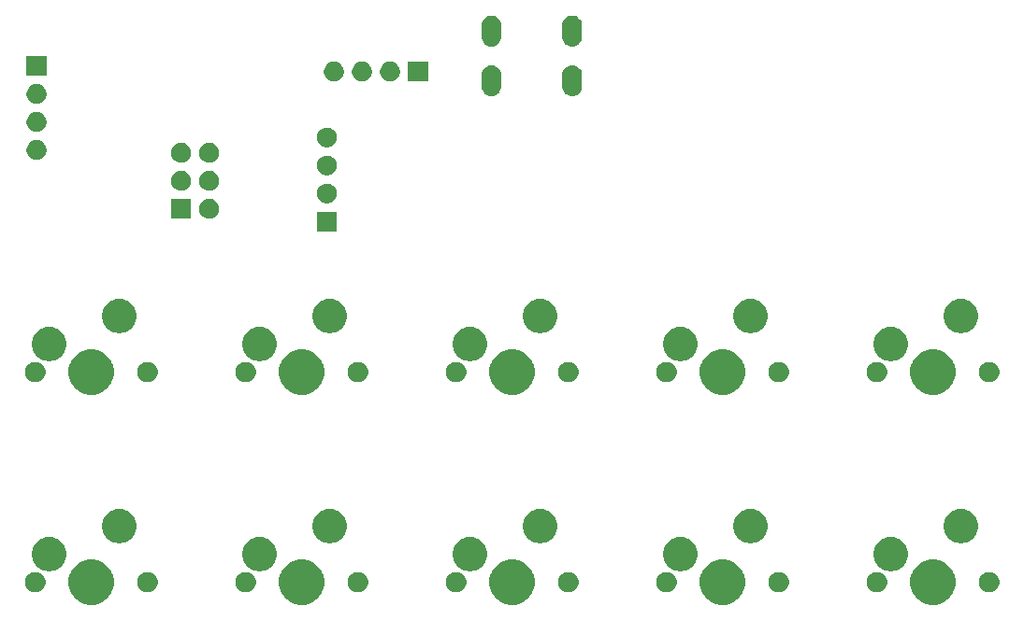
<source format=gbr>
G04 #@! TF.GenerationSoftware,KiCad,Pcbnew,(5.1.5)-3*
G04 #@! TF.CreationDate,2020-04-08T16:54:26+08:00*
G04 #@! TF.ProjectId,KaChi-Juu Macropad,4b614368-692d-44a7-9575-204d6163726f,rev?*
G04 #@! TF.SameCoordinates,Original*
G04 #@! TF.FileFunction,Soldermask,Top*
G04 #@! TF.FilePolarity,Negative*
%FSLAX46Y46*%
G04 Gerber Fmt 4.6, Leading zero omitted, Abs format (unit mm)*
G04 Created by KiCad (PCBNEW (5.1.5)-3) date 2020-04-08 16:54:26*
%MOMM*%
%LPD*%
G04 APERTURE LIST*
%ADD10C,0.100000*%
G04 APERTURE END LIST*
D10*
G36*
X111721474Y-66296184D02*
G01*
X111939474Y-66386483D01*
X112093623Y-66450333D01*
X112428548Y-66674123D01*
X112713377Y-66958952D01*
X112937167Y-67293877D01*
X112969562Y-67372086D01*
X113091316Y-67666026D01*
X113169900Y-68061094D01*
X113169900Y-68463906D01*
X113091316Y-68858974D01*
X113040451Y-68981772D01*
X112937167Y-69231123D01*
X112713377Y-69566048D01*
X112428548Y-69850877D01*
X112093623Y-70074667D01*
X111939474Y-70138517D01*
X111721474Y-70228816D01*
X111326406Y-70307400D01*
X110923594Y-70307400D01*
X110528526Y-70228816D01*
X110310526Y-70138517D01*
X110156377Y-70074667D01*
X109821452Y-69850877D01*
X109536623Y-69566048D01*
X109312833Y-69231123D01*
X109209549Y-68981772D01*
X109158684Y-68858974D01*
X109080100Y-68463906D01*
X109080100Y-68061094D01*
X109158684Y-67666026D01*
X109280438Y-67372086D01*
X109312833Y-67293877D01*
X109536623Y-66958952D01*
X109821452Y-66674123D01*
X110156377Y-66450333D01*
X110310526Y-66386483D01*
X110528526Y-66296184D01*
X110923594Y-66217600D01*
X111326406Y-66217600D01*
X111721474Y-66296184D01*
G37*
G36*
X92671474Y-66296184D02*
G01*
X92889474Y-66386483D01*
X93043623Y-66450333D01*
X93378548Y-66674123D01*
X93663377Y-66958952D01*
X93887167Y-67293877D01*
X93919562Y-67372086D01*
X94041316Y-67666026D01*
X94119900Y-68061094D01*
X94119900Y-68463906D01*
X94041316Y-68858974D01*
X93990451Y-68981772D01*
X93887167Y-69231123D01*
X93663377Y-69566048D01*
X93378548Y-69850877D01*
X93043623Y-70074667D01*
X92889474Y-70138517D01*
X92671474Y-70228816D01*
X92276406Y-70307400D01*
X91873594Y-70307400D01*
X91478526Y-70228816D01*
X91260526Y-70138517D01*
X91106377Y-70074667D01*
X90771452Y-69850877D01*
X90486623Y-69566048D01*
X90262833Y-69231123D01*
X90159549Y-68981772D01*
X90108684Y-68858974D01*
X90030100Y-68463906D01*
X90030100Y-68061094D01*
X90108684Y-67666026D01*
X90230438Y-67372086D01*
X90262833Y-67293877D01*
X90486623Y-66958952D01*
X90771452Y-66674123D01*
X91106377Y-66450333D01*
X91260526Y-66386483D01*
X91478526Y-66296184D01*
X91873594Y-66217600D01*
X92276406Y-66217600D01*
X92671474Y-66296184D01*
G37*
G36*
X73621474Y-66296184D02*
G01*
X73839474Y-66386483D01*
X73993623Y-66450333D01*
X74328548Y-66674123D01*
X74613377Y-66958952D01*
X74837167Y-67293877D01*
X74869562Y-67372086D01*
X74991316Y-67666026D01*
X75069900Y-68061094D01*
X75069900Y-68463906D01*
X74991316Y-68858974D01*
X74940451Y-68981772D01*
X74837167Y-69231123D01*
X74613377Y-69566048D01*
X74328548Y-69850877D01*
X73993623Y-70074667D01*
X73839474Y-70138517D01*
X73621474Y-70228816D01*
X73226406Y-70307400D01*
X72823594Y-70307400D01*
X72428526Y-70228816D01*
X72210526Y-70138517D01*
X72056377Y-70074667D01*
X71721452Y-69850877D01*
X71436623Y-69566048D01*
X71212833Y-69231123D01*
X71109549Y-68981772D01*
X71058684Y-68858974D01*
X70980100Y-68463906D01*
X70980100Y-68061094D01*
X71058684Y-67666026D01*
X71180438Y-67372086D01*
X71212833Y-67293877D01*
X71436623Y-66958952D01*
X71721452Y-66674123D01*
X72056377Y-66450333D01*
X72210526Y-66386483D01*
X72428526Y-66296184D01*
X72823594Y-66217600D01*
X73226406Y-66217600D01*
X73621474Y-66296184D01*
G37*
G36*
X149821474Y-66296184D02*
G01*
X150039474Y-66386483D01*
X150193623Y-66450333D01*
X150528548Y-66674123D01*
X150813377Y-66958952D01*
X151037167Y-67293877D01*
X151069562Y-67372086D01*
X151191316Y-67666026D01*
X151269900Y-68061094D01*
X151269900Y-68463906D01*
X151191316Y-68858974D01*
X151140451Y-68981772D01*
X151037167Y-69231123D01*
X150813377Y-69566048D01*
X150528548Y-69850877D01*
X150193623Y-70074667D01*
X150039474Y-70138517D01*
X149821474Y-70228816D01*
X149426406Y-70307400D01*
X149023594Y-70307400D01*
X148628526Y-70228816D01*
X148410526Y-70138517D01*
X148256377Y-70074667D01*
X147921452Y-69850877D01*
X147636623Y-69566048D01*
X147412833Y-69231123D01*
X147309549Y-68981772D01*
X147258684Y-68858974D01*
X147180100Y-68463906D01*
X147180100Y-68061094D01*
X147258684Y-67666026D01*
X147380438Y-67372086D01*
X147412833Y-67293877D01*
X147636623Y-66958952D01*
X147921452Y-66674123D01*
X148256377Y-66450333D01*
X148410526Y-66386483D01*
X148628526Y-66296184D01*
X149023594Y-66217600D01*
X149426406Y-66217600D01*
X149821474Y-66296184D01*
G37*
G36*
X130771474Y-66296184D02*
G01*
X130989474Y-66386483D01*
X131143623Y-66450333D01*
X131478548Y-66674123D01*
X131763377Y-66958952D01*
X131987167Y-67293877D01*
X132019562Y-67372086D01*
X132141316Y-67666026D01*
X132219900Y-68061094D01*
X132219900Y-68463906D01*
X132141316Y-68858974D01*
X132090451Y-68981772D01*
X131987167Y-69231123D01*
X131763377Y-69566048D01*
X131478548Y-69850877D01*
X131143623Y-70074667D01*
X130989474Y-70138517D01*
X130771474Y-70228816D01*
X130376406Y-70307400D01*
X129973594Y-70307400D01*
X129578526Y-70228816D01*
X129360526Y-70138517D01*
X129206377Y-70074667D01*
X128871452Y-69850877D01*
X128586623Y-69566048D01*
X128362833Y-69231123D01*
X128259549Y-68981772D01*
X128208684Y-68858974D01*
X128130100Y-68463906D01*
X128130100Y-68061094D01*
X128208684Y-67666026D01*
X128330438Y-67372086D01*
X128362833Y-67293877D01*
X128586623Y-66958952D01*
X128871452Y-66674123D01*
X129206377Y-66450333D01*
X129360526Y-66386483D01*
X129578526Y-66296184D01*
X129973594Y-66217600D01*
X130376406Y-66217600D01*
X130771474Y-66296184D01*
G37*
G36*
X125365104Y-67372085D02*
G01*
X125533626Y-67441889D01*
X125685291Y-67543228D01*
X125814272Y-67672209D01*
X125915611Y-67823874D01*
X125985415Y-67992396D01*
X126021000Y-68171297D01*
X126021000Y-68353703D01*
X125985415Y-68532604D01*
X125915611Y-68701126D01*
X125814272Y-68852791D01*
X125685291Y-68981772D01*
X125533626Y-69083111D01*
X125365104Y-69152915D01*
X125186203Y-69188500D01*
X125003797Y-69188500D01*
X124824896Y-69152915D01*
X124656374Y-69083111D01*
X124504709Y-68981772D01*
X124375728Y-68852791D01*
X124274389Y-68701126D01*
X124204585Y-68532604D01*
X124169000Y-68353703D01*
X124169000Y-68171297D01*
X124204585Y-67992396D01*
X124274389Y-67823874D01*
X124375728Y-67672209D01*
X124504709Y-67543228D01*
X124656374Y-67441889D01*
X124824896Y-67372085D01*
X125003797Y-67336500D01*
X125186203Y-67336500D01*
X125365104Y-67372085D01*
G37*
G36*
X97425104Y-67372085D02*
G01*
X97593626Y-67441889D01*
X97745291Y-67543228D01*
X97874272Y-67672209D01*
X97975611Y-67823874D01*
X98045415Y-67992396D01*
X98081000Y-68171297D01*
X98081000Y-68353703D01*
X98045415Y-68532604D01*
X97975611Y-68701126D01*
X97874272Y-68852791D01*
X97745291Y-68981772D01*
X97593626Y-69083111D01*
X97425104Y-69152915D01*
X97246203Y-69188500D01*
X97063797Y-69188500D01*
X96884896Y-69152915D01*
X96716374Y-69083111D01*
X96564709Y-68981772D01*
X96435728Y-68852791D01*
X96334389Y-68701126D01*
X96264585Y-68532604D01*
X96229000Y-68353703D01*
X96229000Y-68171297D01*
X96264585Y-67992396D01*
X96334389Y-67823874D01*
X96435728Y-67672209D01*
X96564709Y-67543228D01*
X96716374Y-67441889D01*
X96884896Y-67372085D01*
X97063797Y-67336500D01*
X97246203Y-67336500D01*
X97425104Y-67372085D01*
G37*
G36*
X87265104Y-67372085D02*
G01*
X87433626Y-67441889D01*
X87585291Y-67543228D01*
X87714272Y-67672209D01*
X87815611Y-67823874D01*
X87885415Y-67992396D01*
X87921000Y-68171297D01*
X87921000Y-68353703D01*
X87885415Y-68532604D01*
X87815611Y-68701126D01*
X87714272Y-68852791D01*
X87585291Y-68981772D01*
X87433626Y-69083111D01*
X87265104Y-69152915D01*
X87086203Y-69188500D01*
X86903797Y-69188500D01*
X86724896Y-69152915D01*
X86556374Y-69083111D01*
X86404709Y-68981772D01*
X86275728Y-68852791D01*
X86174389Y-68701126D01*
X86104585Y-68532604D01*
X86069000Y-68353703D01*
X86069000Y-68171297D01*
X86104585Y-67992396D01*
X86174389Y-67823874D01*
X86275728Y-67672209D01*
X86404709Y-67543228D01*
X86556374Y-67441889D01*
X86724896Y-67372085D01*
X86903797Y-67336500D01*
X87086203Y-67336500D01*
X87265104Y-67372085D01*
G37*
G36*
X106315104Y-67372085D02*
G01*
X106483626Y-67441889D01*
X106635291Y-67543228D01*
X106764272Y-67672209D01*
X106865611Y-67823874D01*
X106935415Y-67992396D01*
X106971000Y-68171297D01*
X106971000Y-68353703D01*
X106935415Y-68532604D01*
X106865611Y-68701126D01*
X106764272Y-68852791D01*
X106635291Y-68981772D01*
X106483626Y-69083111D01*
X106315104Y-69152915D01*
X106136203Y-69188500D01*
X105953797Y-69188500D01*
X105774896Y-69152915D01*
X105606374Y-69083111D01*
X105454709Y-68981772D01*
X105325728Y-68852791D01*
X105224389Y-68701126D01*
X105154585Y-68532604D01*
X105119000Y-68353703D01*
X105119000Y-68171297D01*
X105154585Y-67992396D01*
X105224389Y-67823874D01*
X105325728Y-67672209D01*
X105454709Y-67543228D01*
X105606374Y-67441889D01*
X105774896Y-67372085D01*
X105953797Y-67336500D01*
X106136203Y-67336500D01*
X106315104Y-67372085D01*
G37*
G36*
X78375104Y-67372085D02*
G01*
X78543626Y-67441889D01*
X78695291Y-67543228D01*
X78824272Y-67672209D01*
X78925611Y-67823874D01*
X78995415Y-67992396D01*
X79031000Y-68171297D01*
X79031000Y-68353703D01*
X78995415Y-68532604D01*
X78925611Y-68701126D01*
X78824272Y-68852791D01*
X78695291Y-68981772D01*
X78543626Y-69083111D01*
X78375104Y-69152915D01*
X78196203Y-69188500D01*
X78013797Y-69188500D01*
X77834896Y-69152915D01*
X77666374Y-69083111D01*
X77514709Y-68981772D01*
X77385728Y-68852791D01*
X77284389Y-68701126D01*
X77214585Y-68532604D01*
X77179000Y-68353703D01*
X77179000Y-68171297D01*
X77214585Y-67992396D01*
X77284389Y-67823874D01*
X77385728Y-67672209D01*
X77514709Y-67543228D01*
X77666374Y-67441889D01*
X77834896Y-67372085D01*
X78013797Y-67336500D01*
X78196203Y-67336500D01*
X78375104Y-67372085D01*
G37*
G36*
X68215104Y-67372085D02*
G01*
X68383626Y-67441889D01*
X68535291Y-67543228D01*
X68664272Y-67672209D01*
X68765611Y-67823874D01*
X68835415Y-67992396D01*
X68871000Y-68171297D01*
X68871000Y-68353703D01*
X68835415Y-68532604D01*
X68765611Y-68701126D01*
X68664272Y-68852791D01*
X68535291Y-68981772D01*
X68383626Y-69083111D01*
X68215104Y-69152915D01*
X68036203Y-69188500D01*
X67853797Y-69188500D01*
X67674896Y-69152915D01*
X67506374Y-69083111D01*
X67354709Y-68981772D01*
X67225728Y-68852791D01*
X67124389Y-68701126D01*
X67054585Y-68532604D01*
X67019000Y-68353703D01*
X67019000Y-68171297D01*
X67054585Y-67992396D01*
X67124389Y-67823874D01*
X67225728Y-67672209D01*
X67354709Y-67543228D01*
X67506374Y-67441889D01*
X67674896Y-67372085D01*
X67853797Y-67336500D01*
X68036203Y-67336500D01*
X68215104Y-67372085D01*
G37*
G36*
X154575104Y-67372085D02*
G01*
X154743626Y-67441889D01*
X154895291Y-67543228D01*
X155024272Y-67672209D01*
X155125611Y-67823874D01*
X155195415Y-67992396D01*
X155231000Y-68171297D01*
X155231000Y-68353703D01*
X155195415Y-68532604D01*
X155125611Y-68701126D01*
X155024272Y-68852791D01*
X154895291Y-68981772D01*
X154743626Y-69083111D01*
X154575104Y-69152915D01*
X154396203Y-69188500D01*
X154213797Y-69188500D01*
X154034896Y-69152915D01*
X153866374Y-69083111D01*
X153714709Y-68981772D01*
X153585728Y-68852791D01*
X153484389Y-68701126D01*
X153414585Y-68532604D01*
X153379000Y-68353703D01*
X153379000Y-68171297D01*
X153414585Y-67992396D01*
X153484389Y-67823874D01*
X153585728Y-67672209D01*
X153714709Y-67543228D01*
X153866374Y-67441889D01*
X154034896Y-67372085D01*
X154213797Y-67336500D01*
X154396203Y-67336500D01*
X154575104Y-67372085D01*
G37*
G36*
X135525104Y-67372085D02*
G01*
X135693626Y-67441889D01*
X135845291Y-67543228D01*
X135974272Y-67672209D01*
X136075611Y-67823874D01*
X136145415Y-67992396D01*
X136181000Y-68171297D01*
X136181000Y-68353703D01*
X136145415Y-68532604D01*
X136075611Y-68701126D01*
X135974272Y-68852791D01*
X135845291Y-68981772D01*
X135693626Y-69083111D01*
X135525104Y-69152915D01*
X135346203Y-69188500D01*
X135163797Y-69188500D01*
X134984896Y-69152915D01*
X134816374Y-69083111D01*
X134664709Y-68981772D01*
X134535728Y-68852791D01*
X134434389Y-68701126D01*
X134364585Y-68532604D01*
X134329000Y-68353703D01*
X134329000Y-68171297D01*
X134364585Y-67992396D01*
X134434389Y-67823874D01*
X134535728Y-67672209D01*
X134664709Y-67543228D01*
X134816374Y-67441889D01*
X134984896Y-67372085D01*
X135163797Y-67336500D01*
X135346203Y-67336500D01*
X135525104Y-67372085D01*
G37*
G36*
X144415104Y-67372085D02*
G01*
X144583626Y-67441889D01*
X144735291Y-67543228D01*
X144864272Y-67672209D01*
X144965611Y-67823874D01*
X145035415Y-67992396D01*
X145071000Y-68171297D01*
X145071000Y-68353703D01*
X145035415Y-68532604D01*
X144965611Y-68701126D01*
X144864272Y-68852791D01*
X144735291Y-68981772D01*
X144583626Y-69083111D01*
X144415104Y-69152915D01*
X144236203Y-69188500D01*
X144053797Y-69188500D01*
X143874896Y-69152915D01*
X143706374Y-69083111D01*
X143554709Y-68981772D01*
X143425728Y-68852791D01*
X143324389Y-68701126D01*
X143254585Y-68532604D01*
X143219000Y-68353703D01*
X143219000Y-68171297D01*
X143254585Y-67992396D01*
X143324389Y-67823874D01*
X143425728Y-67672209D01*
X143554709Y-67543228D01*
X143706374Y-67441889D01*
X143874896Y-67372085D01*
X144053797Y-67336500D01*
X144236203Y-67336500D01*
X144415104Y-67372085D01*
G37*
G36*
X116475104Y-67372085D02*
G01*
X116643626Y-67441889D01*
X116795291Y-67543228D01*
X116924272Y-67672209D01*
X117025611Y-67823874D01*
X117095415Y-67992396D01*
X117131000Y-68171297D01*
X117131000Y-68353703D01*
X117095415Y-68532604D01*
X117025611Y-68701126D01*
X116924272Y-68852791D01*
X116795291Y-68981772D01*
X116643626Y-69083111D01*
X116475104Y-69152915D01*
X116296203Y-69188500D01*
X116113797Y-69188500D01*
X115934896Y-69152915D01*
X115766374Y-69083111D01*
X115614709Y-68981772D01*
X115485728Y-68852791D01*
X115384389Y-68701126D01*
X115314585Y-68532604D01*
X115279000Y-68353703D01*
X115279000Y-68171297D01*
X115314585Y-67992396D01*
X115384389Y-67823874D01*
X115485728Y-67672209D01*
X115614709Y-67543228D01*
X115766374Y-67441889D01*
X115934896Y-67372085D01*
X116113797Y-67336500D01*
X116296203Y-67336500D01*
X116475104Y-67372085D01*
G37*
G36*
X69517585Y-64201302D02*
G01*
X69667410Y-64231104D01*
X69949674Y-64348021D01*
X70203705Y-64517759D01*
X70419741Y-64733795D01*
X70589479Y-64987826D01*
X70706396Y-65270090D01*
X70766000Y-65569740D01*
X70766000Y-65875260D01*
X70706396Y-66174910D01*
X70589479Y-66457174D01*
X70419741Y-66711205D01*
X70203705Y-66927241D01*
X69949674Y-67096979D01*
X69667410Y-67213896D01*
X69517585Y-67243698D01*
X69367761Y-67273500D01*
X69062239Y-67273500D01*
X68912415Y-67243698D01*
X68762590Y-67213896D01*
X68480326Y-67096979D01*
X68226295Y-66927241D01*
X68010259Y-66711205D01*
X67840521Y-66457174D01*
X67723604Y-66174910D01*
X67664000Y-65875260D01*
X67664000Y-65569740D01*
X67723604Y-65270090D01*
X67840521Y-64987826D01*
X68010259Y-64733795D01*
X68226295Y-64517759D01*
X68480326Y-64348021D01*
X68762590Y-64231104D01*
X68912415Y-64201302D01*
X69062239Y-64171500D01*
X69367761Y-64171500D01*
X69517585Y-64201302D01*
G37*
G36*
X126667585Y-64201302D02*
G01*
X126817410Y-64231104D01*
X127099674Y-64348021D01*
X127353705Y-64517759D01*
X127569741Y-64733795D01*
X127739479Y-64987826D01*
X127856396Y-65270090D01*
X127916000Y-65569740D01*
X127916000Y-65875260D01*
X127856396Y-66174910D01*
X127739479Y-66457174D01*
X127569741Y-66711205D01*
X127353705Y-66927241D01*
X127099674Y-67096979D01*
X126817410Y-67213896D01*
X126667585Y-67243698D01*
X126517761Y-67273500D01*
X126212239Y-67273500D01*
X126062415Y-67243698D01*
X125912590Y-67213896D01*
X125630326Y-67096979D01*
X125376295Y-66927241D01*
X125160259Y-66711205D01*
X124990521Y-66457174D01*
X124873604Y-66174910D01*
X124814000Y-65875260D01*
X124814000Y-65569740D01*
X124873604Y-65270090D01*
X124990521Y-64987826D01*
X125160259Y-64733795D01*
X125376295Y-64517759D01*
X125630326Y-64348021D01*
X125912590Y-64231104D01*
X126062415Y-64201302D01*
X126212239Y-64171500D01*
X126517761Y-64171500D01*
X126667585Y-64201302D01*
G37*
G36*
X107617585Y-64201302D02*
G01*
X107767410Y-64231104D01*
X108049674Y-64348021D01*
X108303705Y-64517759D01*
X108519741Y-64733795D01*
X108689479Y-64987826D01*
X108806396Y-65270090D01*
X108866000Y-65569740D01*
X108866000Y-65875260D01*
X108806396Y-66174910D01*
X108689479Y-66457174D01*
X108519741Y-66711205D01*
X108303705Y-66927241D01*
X108049674Y-67096979D01*
X107767410Y-67213896D01*
X107617585Y-67243698D01*
X107467761Y-67273500D01*
X107162239Y-67273500D01*
X107012415Y-67243698D01*
X106862590Y-67213896D01*
X106580326Y-67096979D01*
X106326295Y-66927241D01*
X106110259Y-66711205D01*
X105940521Y-66457174D01*
X105823604Y-66174910D01*
X105764000Y-65875260D01*
X105764000Y-65569740D01*
X105823604Y-65270090D01*
X105940521Y-64987826D01*
X106110259Y-64733795D01*
X106326295Y-64517759D01*
X106580326Y-64348021D01*
X106862590Y-64231104D01*
X107012415Y-64201302D01*
X107162239Y-64171500D01*
X107467761Y-64171500D01*
X107617585Y-64201302D01*
G37*
G36*
X88567585Y-64201302D02*
G01*
X88717410Y-64231104D01*
X88999674Y-64348021D01*
X89253705Y-64517759D01*
X89469741Y-64733795D01*
X89639479Y-64987826D01*
X89756396Y-65270090D01*
X89816000Y-65569740D01*
X89816000Y-65875260D01*
X89756396Y-66174910D01*
X89639479Y-66457174D01*
X89469741Y-66711205D01*
X89253705Y-66927241D01*
X88999674Y-67096979D01*
X88717410Y-67213896D01*
X88567585Y-67243698D01*
X88417761Y-67273500D01*
X88112239Y-67273500D01*
X87962415Y-67243698D01*
X87812590Y-67213896D01*
X87530326Y-67096979D01*
X87276295Y-66927241D01*
X87060259Y-66711205D01*
X86890521Y-66457174D01*
X86773604Y-66174910D01*
X86714000Y-65875260D01*
X86714000Y-65569740D01*
X86773604Y-65270090D01*
X86890521Y-64987826D01*
X87060259Y-64733795D01*
X87276295Y-64517759D01*
X87530326Y-64348021D01*
X87812590Y-64231104D01*
X87962415Y-64201302D01*
X88112239Y-64171500D01*
X88417761Y-64171500D01*
X88567585Y-64201302D01*
G37*
G36*
X145717585Y-64201302D02*
G01*
X145867410Y-64231104D01*
X146149674Y-64348021D01*
X146403705Y-64517759D01*
X146619741Y-64733795D01*
X146789479Y-64987826D01*
X146906396Y-65270090D01*
X146966000Y-65569740D01*
X146966000Y-65875260D01*
X146906396Y-66174910D01*
X146789479Y-66457174D01*
X146619741Y-66711205D01*
X146403705Y-66927241D01*
X146149674Y-67096979D01*
X145867410Y-67213896D01*
X145717585Y-67243698D01*
X145567761Y-67273500D01*
X145262239Y-67273500D01*
X145112415Y-67243698D01*
X144962590Y-67213896D01*
X144680326Y-67096979D01*
X144426295Y-66927241D01*
X144210259Y-66711205D01*
X144040521Y-66457174D01*
X143923604Y-66174910D01*
X143864000Y-65875260D01*
X143864000Y-65569740D01*
X143923604Y-65270090D01*
X144040521Y-64987826D01*
X144210259Y-64733795D01*
X144426295Y-64517759D01*
X144680326Y-64348021D01*
X144962590Y-64231104D01*
X145112415Y-64201302D01*
X145262239Y-64171500D01*
X145567761Y-64171500D01*
X145717585Y-64201302D01*
G37*
G36*
X113967585Y-61661302D02*
G01*
X114117410Y-61691104D01*
X114399674Y-61808021D01*
X114653705Y-61977759D01*
X114869741Y-62193795D01*
X115039479Y-62447826D01*
X115156396Y-62730090D01*
X115216000Y-63029740D01*
X115216000Y-63335260D01*
X115156396Y-63634910D01*
X115039479Y-63917174D01*
X114869741Y-64171205D01*
X114653705Y-64387241D01*
X114399674Y-64556979D01*
X114117410Y-64673896D01*
X113967585Y-64703698D01*
X113817761Y-64733500D01*
X113512239Y-64733500D01*
X113362415Y-64703698D01*
X113212590Y-64673896D01*
X112930326Y-64556979D01*
X112676295Y-64387241D01*
X112460259Y-64171205D01*
X112290521Y-63917174D01*
X112173604Y-63634910D01*
X112114000Y-63335260D01*
X112114000Y-63029740D01*
X112173604Y-62730090D01*
X112290521Y-62447826D01*
X112460259Y-62193795D01*
X112676295Y-61977759D01*
X112930326Y-61808021D01*
X113212590Y-61691104D01*
X113362415Y-61661302D01*
X113512239Y-61631500D01*
X113817761Y-61631500D01*
X113967585Y-61661302D01*
G37*
G36*
X133017585Y-61661302D02*
G01*
X133167410Y-61691104D01*
X133449674Y-61808021D01*
X133703705Y-61977759D01*
X133919741Y-62193795D01*
X134089479Y-62447826D01*
X134206396Y-62730090D01*
X134266000Y-63029740D01*
X134266000Y-63335260D01*
X134206396Y-63634910D01*
X134089479Y-63917174D01*
X133919741Y-64171205D01*
X133703705Y-64387241D01*
X133449674Y-64556979D01*
X133167410Y-64673896D01*
X133017585Y-64703698D01*
X132867761Y-64733500D01*
X132562239Y-64733500D01*
X132412415Y-64703698D01*
X132262590Y-64673896D01*
X131980326Y-64556979D01*
X131726295Y-64387241D01*
X131510259Y-64171205D01*
X131340521Y-63917174D01*
X131223604Y-63634910D01*
X131164000Y-63335260D01*
X131164000Y-63029740D01*
X131223604Y-62730090D01*
X131340521Y-62447826D01*
X131510259Y-62193795D01*
X131726295Y-61977759D01*
X131980326Y-61808021D01*
X132262590Y-61691104D01*
X132412415Y-61661302D01*
X132562239Y-61631500D01*
X132867761Y-61631500D01*
X133017585Y-61661302D01*
G37*
G36*
X94917585Y-61661302D02*
G01*
X95067410Y-61691104D01*
X95349674Y-61808021D01*
X95603705Y-61977759D01*
X95819741Y-62193795D01*
X95989479Y-62447826D01*
X96106396Y-62730090D01*
X96166000Y-63029740D01*
X96166000Y-63335260D01*
X96106396Y-63634910D01*
X95989479Y-63917174D01*
X95819741Y-64171205D01*
X95603705Y-64387241D01*
X95349674Y-64556979D01*
X95067410Y-64673896D01*
X94917585Y-64703698D01*
X94767761Y-64733500D01*
X94462239Y-64733500D01*
X94312415Y-64703698D01*
X94162590Y-64673896D01*
X93880326Y-64556979D01*
X93626295Y-64387241D01*
X93410259Y-64171205D01*
X93240521Y-63917174D01*
X93123604Y-63634910D01*
X93064000Y-63335260D01*
X93064000Y-63029740D01*
X93123604Y-62730090D01*
X93240521Y-62447826D01*
X93410259Y-62193795D01*
X93626295Y-61977759D01*
X93880326Y-61808021D01*
X94162590Y-61691104D01*
X94312415Y-61661302D01*
X94462239Y-61631500D01*
X94767761Y-61631500D01*
X94917585Y-61661302D01*
G37*
G36*
X75867585Y-61661302D02*
G01*
X76017410Y-61691104D01*
X76299674Y-61808021D01*
X76553705Y-61977759D01*
X76769741Y-62193795D01*
X76939479Y-62447826D01*
X77056396Y-62730090D01*
X77116000Y-63029740D01*
X77116000Y-63335260D01*
X77056396Y-63634910D01*
X76939479Y-63917174D01*
X76769741Y-64171205D01*
X76553705Y-64387241D01*
X76299674Y-64556979D01*
X76017410Y-64673896D01*
X75867585Y-64703698D01*
X75717761Y-64733500D01*
X75412239Y-64733500D01*
X75262415Y-64703698D01*
X75112590Y-64673896D01*
X74830326Y-64556979D01*
X74576295Y-64387241D01*
X74360259Y-64171205D01*
X74190521Y-63917174D01*
X74073604Y-63634910D01*
X74014000Y-63335260D01*
X74014000Y-63029740D01*
X74073604Y-62730090D01*
X74190521Y-62447826D01*
X74360259Y-62193795D01*
X74576295Y-61977759D01*
X74830326Y-61808021D01*
X75112590Y-61691104D01*
X75262415Y-61661302D01*
X75412239Y-61631500D01*
X75717761Y-61631500D01*
X75867585Y-61661302D01*
G37*
G36*
X152067585Y-61661302D02*
G01*
X152217410Y-61691104D01*
X152499674Y-61808021D01*
X152753705Y-61977759D01*
X152969741Y-62193795D01*
X153139479Y-62447826D01*
X153256396Y-62730090D01*
X153316000Y-63029740D01*
X153316000Y-63335260D01*
X153256396Y-63634910D01*
X153139479Y-63917174D01*
X152969741Y-64171205D01*
X152753705Y-64387241D01*
X152499674Y-64556979D01*
X152217410Y-64673896D01*
X152067585Y-64703698D01*
X151917761Y-64733500D01*
X151612239Y-64733500D01*
X151462415Y-64703698D01*
X151312590Y-64673896D01*
X151030326Y-64556979D01*
X150776295Y-64387241D01*
X150560259Y-64171205D01*
X150390521Y-63917174D01*
X150273604Y-63634910D01*
X150214000Y-63335260D01*
X150214000Y-63029740D01*
X150273604Y-62730090D01*
X150390521Y-62447826D01*
X150560259Y-62193795D01*
X150776295Y-61977759D01*
X151030326Y-61808021D01*
X151312590Y-61691104D01*
X151462415Y-61661302D01*
X151612239Y-61631500D01*
X151917761Y-61631500D01*
X152067585Y-61661302D01*
G37*
G36*
X111721474Y-47246184D02*
G01*
X111939474Y-47336483D01*
X112093623Y-47400333D01*
X112428548Y-47624123D01*
X112713377Y-47908952D01*
X112937167Y-48243877D01*
X112969562Y-48322086D01*
X113091316Y-48616026D01*
X113169900Y-49011094D01*
X113169900Y-49413906D01*
X113091316Y-49808974D01*
X113040451Y-49931772D01*
X112937167Y-50181123D01*
X112713377Y-50516048D01*
X112428548Y-50800877D01*
X112093623Y-51024667D01*
X111939474Y-51088517D01*
X111721474Y-51178816D01*
X111326406Y-51257400D01*
X110923594Y-51257400D01*
X110528526Y-51178816D01*
X110310526Y-51088517D01*
X110156377Y-51024667D01*
X109821452Y-50800877D01*
X109536623Y-50516048D01*
X109312833Y-50181123D01*
X109209549Y-49931772D01*
X109158684Y-49808974D01*
X109080100Y-49413906D01*
X109080100Y-49011094D01*
X109158684Y-48616026D01*
X109280438Y-48322086D01*
X109312833Y-48243877D01*
X109536623Y-47908952D01*
X109821452Y-47624123D01*
X110156377Y-47400333D01*
X110310526Y-47336483D01*
X110528526Y-47246184D01*
X110923594Y-47167600D01*
X111326406Y-47167600D01*
X111721474Y-47246184D01*
G37*
G36*
X73621474Y-47246184D02*
G01*
X73839474Y-47336483D01*
X73993623Y-47400333D01*
X74328548Y-47624123D01*
X74613377Y-47908952D01*
X74837167Y-48243877D01*
X74869562Y-48322086D01*
X74991316Y-48616026D01*
X75069900Y-49011094D01*
X75069900Y-49413906D01*
X74991316Y-49808974D01*
X74940451Y-49931772D01*
X74837167Y-50181123D01*
X74613377Y-50516048D01*
X74328548Y-50800877D01*
X73993623Y-51024667D01*
X73839474Y-51088517D01*
X73621474Y-51178816D01*
X73226406Y-51257400D01*
X72823594Y-51257400D01*
X72428526Y-51178816D01*
X72210526Y-51088517D01*
X72056377Y-51024667D01*
X71721452Y-50800877D01*
X71436623Y-50516048D01*
X71212833Y-50181123D01*
X71109549Y-49931772D01*
X71058684Y-49808974D01*
X70980100Y-49413906D01*
X70980100Y-49011094D01*
X71058684Y-48616026D01*
X71180438Y-48322086D01*
X71212833Y-48243877D01*
X71436623Y-47908952D01*
X71721452Y-47624123D01*
X72056377Y-47400333D01*
X72210526Y-47336483D01*
X72428526Y-47246184D01*
X72823594Y-47167600D01*
X73226406Y-47167600D01*
X73621474Y-47246184D01*
G37*
G36*
X92671474Y-47246184D02*
G01*
X92889474Y-47336483D01*
X93043623Y-47400333D01*
X93378548Y-47624123D01*
X93663377Y-47908952D01*
X93887167Y-48243877D01*
X93919562Y-48322086D01*
X94041316Y-48616026D01*
X94119900Y-49011094D01*
X94119900Y-49413906D01*
X94041316Y-49808974D01*
X93990451Y-49931772D01*
X93887167Y-50181123D01*
X93663377Y-50516048D01*
X93378548Y-50800877D01*
X93043623Y-51024667D01*
X92889474Y-51088517D01*
X92671474Y-51178816D01*
X92276406Y-51257400D01*
X91873594Y-51257400D01*
X91478526Y-51178816D01*
X91260526Y-51088517D01*
X91106377Y-51024667D01*
X90771452Y-50800877D01*
X90486623Y-50516048D01*
X90262833Y-50181123D01*
X90159549Y-49931772D01*
X90108684Y-49808974D01*
X90030100Y-49413906D01*
X90030100Y-49011094D01*
X90108684Y-48616026D01*
X90230438Y-48322086D01*
X90262833Y-48243877D01*
X90486623Y-47908952D01*
X90771452Y-47624123D01*
X91106377Y-47400333D01*
X91260526Y-47336483D01*
X91478526Y-47246184D01*
X91873594Y-47167600D01*
X92276406Y-47167600D01*
X92671474Y-47246184D01*
G37*
G36*
X149821474Y-47246184D02*
G01*
X150039474Y-47336483D01*
X150193623Y-47400333D01*
X150528548Y-47624123D01*
X150813377Y-47908952D01*
X151037167Y-48243877D01*
X151069562Y-48322086D01*
X151191316Y-48616026D01*
X151269900Y-49011094D01*
X151269900Y-49413906D01*
X151191316Y-49808974D01*
X151140451Y-49931772D01*
X151037167Y-50181123D01*
X150813377Y-50516048D01*
X150528548Y-50800877D01*
X150193623Y-51024667D01*
X150039474Y-51088517D01*
X149821474Y-51178816D01*
X149426406Y-51257400D01*
X149023594Y-51257400D01*
X148628526Y-51178816D01*
X148410526Y-51088517D01*
X148256377Y-51024667D01*
X147921452Y-50800877D01*
X147636623Y-50516048D01*
X147412833Y-50181123D01*
X147309549Y-49931772D01*
X147258684Y-49808974D01*
X147180100Y-49413906D01*
X147180100Y-49011094D01*
X147258684Y-48616026D01*
X147380438Y-48322086D01*
X147412833Y-48243877D01*
X147636623Y-47908952D01*
X147921452Y-47624123D01*
X148256377Y-47400333D01*
X148410526Y-47336483D01*
X148628526Y-47246184D01*
X149023594Y-47167600D01*
X149426406Y-47167600D01*
X149821474Y-47246184D01*
G37*
G36*
X130771474Y-47246184D02*
G01*
X130989474Y-47336483D01*
X131143623Y-47400333D01*
X131478548Y-47624123D01*
X131763377Y-47908952D01*
X131987167Y-48243877D01*
X132019562Y-48322086D01*
X132141316Y-48616026D01*
X132219900Y-49011094D01*
X132219900Y-49413906D01*
X132141316Y-49808974D01*
X132090451Y-49931772D01*
X131987167Y-50181123D01*
X131763377Y-50516048D01*
X131478548Y-50800877D01*
X131143623Y-51024667D01*
X130989474Y-51088517D01*
X130771474Y-51178816D01*
X130376406Y-51257400D01*
X129973594Y-51257400D01*
X129578526Y-51178816D01*
X129360526Y-51088517D01*
X129206377Y-51024667D01*
X128871452Y-50800877D01*
X128586623Y-50516048D01*
X128362833Y-50181123D01*
X128259549Y-49931772D01*
X128208684Y-49808974D01*
X128130100Y-49413906D01*
X128130100Y-49011094D01*
X128208684Y-48616026D01*
X128330438Y-48322086D01*
X128362833Y-48243877D01*
X128586623Y-47908952D01*
X128871452Y-47624123D01*
X129206377Y-47400333D01*
X129360526Y-47336483D01*
X129578526Y-47246184D01*
X129973594Y-47167600D01*
X130376406Y-47167600D01*
X130771474Y-47246184D01*
G37*
G36*
X154575104Y-48322085D02*
G01*
X154743626Y-48391889D01*
X154895291Y-48493228D01*
X155024272Y-48622209D01*
X155125611Y-48773874D01*
X155195415Y-48942396D01*
X155231000Y-49121297D01*
X155231000Y-49303703D01*
X155195415Y-49482604D01*
X155125611Y-49651126D01*
X155024272Y-49802791D01*
X154895291Y-49931772D01*
X154743626Y-50033111D01*
X154575104Y-50102915D01*
X154396203Y-50138500D01*
X154213797Y-50138500D01*
X154034896Y-50102915D01*
X153866374Y-50033111D01*
X153714709Y-49931772D01*
X153585728Y-49802791D01*
X153484389Y-49651126D01*
X153414585Y-49482604D01*
X153379000Y-49303703D01*
X153379000Y-49121297D01*
X153414585Y-48942396D01*
X153484389Y-48773874D01*
X153585728Y-48622209D01*
X153714709Y-48493228D01*
X153866374Y-48391889D01*
X154034896Y-48322085D01*
X154213797Y-48286500D01*
X154396203Y-48286500D01*
X154575104Y-48322085D01*
G37*
G36*
X125365104Y-48322085D02*
G01*
X125533626Y-48391889D01*
X125685291Y-48493228D01*
X125814272Y-48622209D01*
X125915611Y-48773874D01*
X125985415Y-48942396D01*
X126021000Y-49121297D01*
X126021000Y-49303703D01*
X125985415Y-49482604D01*
X125915611Y-49651126D01*
X125814272Y-49802791D01*
X125685291Y-49931772D01*
X125533626Y-50033111D01*
X125365104Y-50102915D01*
X125186203Y-50138500D01*
X125003797Y-50138500D01*
X124824896Y-50102915D01*
X124656374Y-50033111D01*
X124504709Y-49931772D01*
X124375728Y-49802791D01*
X124274389Y-49651126D01*
X124204585Y-49482604D01*
X124169000Y-49303703D01*
X124169000Y-49121297D01*
X124204585Y-48942396D01*
X124274389Y-48773874D01*
X124375728Y-48622209D01*
X124504709Y-48493228D01*
X124656374Y-48391889D01*
X124824896Y-48322085D01*
X125003797Y-48286500D01*
X125186203Y-48286500D01*
X125365104Y-48322085D01*
G37*
G36*
X135525104Y-48322085D02*
G01*
X135693626Y-48391889D01*
X135845291Y-48493228D01*
X135974272Y-48622209D01*
X136075611Y-48773874D01*
X136145415Y-48942396D01*
X136181000Y-49121297D01*
X136181000Y-49303703D01*
X136145415Y-49482604D01*
X136075611Y-49651126D01*
X135974272Y-49802791D01*
X135845291Y-49931772D01*
X135693626Y-50033111D01*
X135525104Y-50102915D01*
X135346203Y-50138500D01*
X135163797Y-50138500D01*
X134984896Y-50102915D01*
X134816374Y-50033111D01*
X134664709Y-49931772D01*
X134535728Y-49802791D01*
X134434389Y-49651126D01*
X134364585Y-49482604D01*
X134329000Y-49303703D01*
X134329000Y-49121297D01*
X134364585Y-48942396D01*
X134434389Y-48773874D01*
X134535728Y-48622209D01*
X134664709Y-48493228D01*
X134816374Y-48391889D01*
X134984896Y-48322085D01*
X135163797Y-48286500D01*
X135346203Y-48286500D01*
X135525104Y-48322085D01*
G37*
G36*
X144415104Y-48322085D02*
G01*
X144583626Y-48391889D01*
X144735291Y-48493228D01*
X144864272Y-48622209D01*
X144965611Y-48773874D01*
X145035415Y-48942396D01*
X145071000Y-49121297D01*
X145071000Y-49303703D01*
X145035415Y-49482604D01*
X144965611Y-49651126D01*
X144864272Y-49802791D01*
X144735291Y-49931772D01*
X144583626Y-50033111D01*
X144415104Y-50102915D01*
X144236203Y-50138500D01*
X144053797Y-50138500D01*
X143874896Y-50102915D01*
X143706374Y-50033111D01*
X143554709Y-49931772D01*
X143425728Y-49802791D01*
X143324389Y-49651126D01*
X143254585Y-49482604D01*
X143219000Y-49303703D01*
X143219000Y-49121297D01*
X143254585Y-48942396D01*
X143324389Y-48773874D01*
X143425728Y-48622209D01*
X143554709Y-48493228D01*
X143706374Y-48391889D01*
X143874896Y-48322085D01*
X144053797Y-48286500D01*
X144236203Y-48286500D01*
X144415104Y-48322085D01*
G37*
G36*
X68215104Y-48322085D02*
G01*
X68383626Y-48391889D01*
X68535291Y-48493228D01*
X68664272Y-48622209D01*
X68765611Y-48773874D01*
X68835415Y-48942396D01*
X68871000Y-49121297D01*
X68871000Y-49303703D01*
X68835415Y-49482604D01*
X68765611Y-49651126D01*
X68664272Y-49802791D01*
X68535291Y-49931772D01*
X68383626Y-50033111D01*
X68215104Y-50102915D01*
X68036203Y-50138500D01*
X67853797Y-50138500D01*
X67674896Y-50102915D01*
X67506374Y-50033111D01*
X67354709Y-49931772D01*
X67225728Y-49802791D01*
X67124389Y-49651126D01*
X67054585Y-49482604D01*
X67019000Y-49303703D01*
X67019000Y-49121297D01*
X67054585Y-48942396D01*
X67124389Y-48773874D01*
X67225728Y-48622209D01*
X67354709Y-48493228D01*
X67506374Y-48391889D01*
X67674896Y-48322085D01*
X67853797Y-48286500D01*
X68036203Y-48286500D01*
X68215104Y-48322085D01*
G37*
G36*
X116475104Y-48322085D02*
G01*
X116643626Y-48391889D01*
X116795291Y-48493228D01*
X116924272Y-48622209D01*
X117025611Y-48773874D01*
X117095415Y-48942396D01*
X117131000Y-49121297D01*
X117131000Y-49303703D01*
X117095415Y-49482604D01*
X117025611Y-49651126D01*
X116924272Y-49802791D01*
X116795291Y-49931772D01*
X116643626Y-50033111D01*
X116475104Y-50102915D01*
X116296203Y-50138500D01*
X116113797Y-50138500D01*
X115934896Y-50102915D01*
X115766374Y-50033111D01*
X115614709Y-49931772D01*
X115485728Y-49802791D01*
X115384389Y-49651126D01*
X115314585Y-49482604D01*
X115279000Y-49303703D01*
X115279000Y-49121297D01*
X115314585Y-48942396D01*
X115384389Y-48773874D01*
X115485728Y-48622209D01*
X115614709Y-48493228D01*
X115766374Y-48391889D01*
X115934896Y-48322085D01*
X116113797Y-48286500D01*
X116296203Y-48286500D01*
X116475104Y-48322085D01*
G37*
G36*
X78375104Y-48322085D02*
G01*
X78543626Y-48391889D01*
X78695291Y-48493228D01*
X78824272Y-48622209D01*
X78925611Y-48773874D01*
X78995415Y-48942396D01*
X79031000Y-49121297D01*
X79031000Y-49303703D01*
X78995415Y-49482604D01*
X78925611Y-49651126D01*
X78824272Y-49802791D01*
X78695291Y-49931772D01*
X78543626Y-50033111D01*
X78375104Y-50102915D01*
X78196203Y-50138500D01*
X78013797Y-50138500D01*
X77834896Y-50102915D01*
X77666374Y-50033111D01*
X77514709Y-49931772D01*
X77385728Y-49802791D01*
X77284389Y-49651126D01*
X77214585Y-49482604D01*
X77179000Y-49303703D01*
X77179000Y-49121297D01*
X77214585Y-48942396D01*
X77284389Y-48773874D01*
X77385728Y-48622209D01*
X77514709Y-48493228D01*
X77666374Y-48391889D01*
X77834896Y-48322085D01*
X78013797Y-48286500D01*
X78196203Y-48286500D01*
X78375104Y-48322085D01*
G37*
G36*
X87265104Y-48322085D02*
G01*
X87433626Y-48391889D01*
X87585291Y-48493228D01*
X87714272Y-48622209D01*
X87815611Y-48773874D01*
X87885415Y-48942396D01*
X87921000Y-49121297D01*
X87921000Y-49303703D01*
X87885415Y-49482604D01*
X87815611Y-49651126D01*
X87714272Y-49802791D01*
X87585291Y-49931772D01*
X87433626Y-50033111D01*
X87265104Y-50102915D01*
X87086203Y-50138500D01*
X86903797Y-50138500D01*
X86724896Y-50102915D01*
X86556374Y-50033111D01*
X86404709Y-49931772D01*
X86275728Y-49802791D01*
X86174389Y-49651126D01*
X86104585Y-49482604D01*
X86069000Y-49303703D01*
X86069000Y-49121297D01*
X86104585Y-48942396D01*
X86174389Y-48773874D01*
X86275728Y-48622209D01*
X86404709Y-48493228D01*
X86556374Y-48391889D01*
X86724896Y-48322085D01*
X86903797Y-48286500D01*
X87086203Y-48286500D01*
X87265104Y-48322085D01*
G37*
G36*
X97425104Y-48322085D02*
G01*
X97593626Y-48391889D01*
X97745291Y-48493228D01*
X97874272Y-48622209D01*
X97975611Y-48773874D01*
X98045415Y-48942396D01*
X98081000Y-49121297D01*
X98081000Y-49303703D01*
X98045415Y-49482604D01*
X97975611Y-49651126D01*
X97874272Y-49802791D01*
X97745291Y-49931772D01*
X97593626Y-50033111D01*
X97425104Y-50102915D01*
X97246203Y-50138500D01*
X97063797Y-50138500D01*
X96884896Y-50102915D01*
X96716374Y-50033111D01*
X96564709Y-49931772D01*
X96435728Y-49802791D01*
X96334389Y-49651126D01*
X96264585Y-49482604D01*
X96229000Y-49303703D01*
X96229000Y-49121297D01*
X96264585Y-48942396D01*
X96334389Y-48773874D01*
X96435728Y-48622209D01*
X96564709Y-48493228D01*
X96716374Y-48391889D01*
X96884896Y-48322085D01*
X97063797Y-48286500D01*
X97246203Y-48286500D01*
X97425104Y-48322085D01*
G37*
G36*
X106315104Y-48322085D02*
G01*
X106483626Y-48391889D01*
X106635291Y-48493228D01*
X106764272Y-48622209D01*
X106865611Y-48773874D01*
X106935415Y-48942396D01*
X106971000Y-49121297D01*
X106971000Y-49303703D01*
X106935415Y-49482604D01*
X106865611Y-49651126D01*
X106764272Y-49802791D01*
X106635291Y-49931772D01*
X106483626Y-50033111D01*
X106315104Y-50102915D01*
X106136203Y-50138500D01*
X105953797Y-50138500D01*
X105774896Y-50102915D01*
X105606374Y-50033111D01*
X105454709Y-49931772D01*
X105325728Y-49802791D01*
X105224389Y-49651126D01*
X105154585Y-49482604D01*
X105119000Y-49303703D01*
X105119000Y-49121297D01*
X105154585Y-48942396D01*
X105224389Y-48773874D01*
X105325728Y-48622209D01*
X105454709Y-48493228D01*
X105606374Y-48391889D01*
X105774896Y-48322085D01*
X105953797Y-48286500D01*
X106136203Y-48286500D01*
X106315104Y-48322085D01*
G37*
G36*
X145717585Y-45151302D02*
G01*
X145867410Y-45181104D01*
X146149674Y-45298021D01*
X146403705Y-45467759D01*
X146619741Y-45683795D01*
X146789479Y-45937826D01*
X146906396Y-46220090D01*
X146966000Y-46519740D01*
X146966000Y-46825260D01*
X146906396Y-47124910D01*
X146789479Y-47407174D01*
X146619741Y-47661205D01*
X146403705Y-47877241D01*
X146149674Y-48046979D01*
X145867410Y-48163896D01*
X145717585Y-48193698D01*
X145567761Y-48223500D01*
X145262239Y-48223500D01*
X145112415Y-48193698D01*
X144962590Y-48163896D01*
X144680326Y-48046979D01*
X144426295Y-47877241D01*
X144210259Y-47661205D01*
X144040521Y-47407174D01*
X143923604Y-47124910D01*
X143864000Y-46825260D01*
X143864000Y-46519740D01*
X143923604Y-46220090D01*
X144040521Y-45937826D01*
X144210259Y-45683795D01*
X144426295Y-45467759D01*
X144680326Y-45298021D01*
X144962590Y-45181104D01*
X145112415Y-45151302D01*
X145262239Y-45121500D01*
X145567761Y-45121500D01*
X145717585Y-45151302D01*
G37*
G36*
X107617585Y-45151302D02*
G01*
X107767410Y-45181104D01*
X108049674Y-45298021D01*
X108303705Y-45467759D01*
X108519741Y-45683795D01*
X108689479Y-45937826D01*
X108806396Y-46220090D01*
X108866000Y-46519740D01*
X108866000Y-46825260D01*
X108806396Y-47124910D01*
X108689479Y-47407174D01*
X108519741Y-47661205D01*
X108303705Y-47877241D01*
X108049674Y-48046979D01*
X107767410Y-48163896D01*
X107617585Y-48193698D01*
X107467761Y-48223500D01*
X107162239Y-48223500D01*
X107012415Y-48193698D01*
X106862590Y-48163896D01*
X106580326Y-48046979D01*
X106326295Y-47877241D01*
X106110259Y-47661205D01*
X105940521Y-47407174D01*
X105823604Y-47124910D01*
X105764000Y-46825260D01*
X105764000Y-46519740D01*
X105823604Y-46220090D01*
X105940521Y-45937826D01*
X106110259Y-45683795D01*
X106326295Y-45467759D01*
X106580326Y-45298021D01*
X106862590Y-45181104D01*
X107012415Y-45151302D01*
X107162239Y-45121500D01*
X107467761Y-45121500D01*
X107617585Y-45151302D01*
G37*
G36*
X88567585Y-45151302D02*
G01*
X88717410Y-45181104D01*
X88999674Y-45298021D01*
X89253705Y-45467759D01*
X89469741Y-45683795D01*
X89639479Y-45937826D01*
X89756396Y-46220090D01*
X89816000Y-46519740D01*
X89816000Y-46825260D01*
X89756396Y-47124910D01*
X89639479Y-47407174D01*
X89469741Y-47661205D01*
X89253705Y-47877241D01*
X88999674Y-48046979D01*
X88717410Y-48163896D01*
X88567585Y-48193698D01*
X88417761Y-48223500D01*
X88112239Y-48223500D01*
X87962415Y-48193698D01*
X87812590Y-48163896D01*
X87530326Y-48046979D01*
X87276295Y-47877241D01*
X87060259Y-47661205D01*
X86890521Y-47407174D01*
X86773604Y-47124910D01*
X86714000Y-46825260D01*
X86714000Y-46519740D01*
X86773604Y-46220090D01*
X86890521Y-45937826D01*
X87060259Y-45683795D01*
X87276295Y-45467759D01*
X87530326Y-45298021D01*
X87812590Y-45181104D01*
X87962415Y-45151302D01*
X88112239Y-45121500D01*
X88417761Y-45121500D01*
X88567585Y-45151302D01*
G37*
G36*
X69517585Y-45151302D02*
G01*
X69667410Y-45181104D01*
X69949674Y-45298021D01*
X70203705Y-45467759D01*
X70419741Y-45683795D01*
X70589479Y-45937826D01*
X70706396Y-46220090D01*
X70766000Y-46519740D01*
X70766000Y-46825260D01*
X70706396Y-47124910D01*
X70589479Y-47407174D01*
X70419741Y-47661205D01*
X70203705Y-47877241D01*
X69949674Y-48046979D01*
X69667410Y-48163896D01*
X69517585Y-48193698D01*
X69367761Y-48223500D01*
X69062239Y-48223500D01*
X68912415Y-48193698D01*
X68762590Y-48163896D01*
X68480326Y-48046979D01*
X68226295Y-47877241D01*
X68010259Y-47661205D01*
X67840521Y-47407174D01*
X67723604Y-47124910D01*
X67664000Y-46825260D01*
X67664000Y-46519740D01*
X67723604Y-46220090D01*
X67840521Y-45937826D01*
X68010259Y-45683795D01*
X68226295Y-45467759D01*
X68480326Y-45298021D01*
X68762590Y-45181104D01*
X68912415Y-45151302D01*
X69062239Y-45121500D01*
X69367761Y-45121500D01*
X69517585Y-45151302D01*
G37*
G36*
X126667585Y-45151302D02*
G01*
X126817410Y-45181104D01*
X127099674Y-45298021D01*
X127353705Y-45467759D01*
X127569741Y-45683795D01*
X127739479Y-45937826D01*
X127856396Y-46220090D01*
X127916000Y-46519740D01*
X127916000Y-46825260D01*
X127856396Y-47124910D01*
X127739479Y-47407174D01*
X127569741Y-47661205D01*
X127353705Y-47877241D01*
X127099674Y-48046979D01*
X126817410Y-48163896D01*
X126667585Y-48193698D01*
X126517761Y-48223500D01*
X126212239Y-48223500D01*
X126062415Y-48193698D01*
X125912590Y-48163896D01*
X125630326Y-48046979D01*
X125376295Y-47877241D01*
X125160259Y-47661205D01*
X124990521Y-47407174D01*
X124873604Y-47124910D01*
X124814000Y-46825260D01*
X124814000Y-46519740D01*
X124873604Y-46220090D01*
X124990521Y-45937826D01*
X125160259Y-45683795D01*
X125376295Y-45467759D01*
X125630326Y-45298021D01*
X125912590Y-45181104D01*
X126062415Y-45151302D01*
X126212239Y-45121500D01*
X126517761Y-45121500D01*
X126667585Y-45151302D01*
G37*
G36*
X152067585Y-42611302D02*
G01*
X152217410Y-42641104D01*
X152499674Y-42758021D01*
X152753705Y-42927759D01*
X152969741Y-43143795D01*
X153139479Y-43397826D01*
X153256396Y-43680090D01*
X153316000Y-43979740D01*
X153316000Y-44285260D01*
X153256396Y-44584910D01*
X153139479Y-44867174D01*
X152969741Y-45121205D01*
X152753705Y-45337241D01*
X152499674Y-45506979D01*
X152217410Y-45623896D01*
X152067585Y-45653698D01*
X151917761Y-45683500D01*
X151612239Y-45683500D01*
X151462415Y-45653698D01*
X151312590Y-45623896D01*
X151030326Y-45506979D01*
X150776295Y-45337241D01*
X150560259Y-45121205D01*
X150390521Y-44867174D01*
X150273604Y-44584910D01*
X150214000Y-44285260D01*
X150214000Y-43979740D01*
X150273604Y-43680090D01*
X150390521Y-43397826D01*
X150560259Y-43143795D01*
X150776295Y-42927759D01*
X151030326Y-42758021D01*
X151312590Y-42641104D01*
X151462415Y-42611302D01*
X151612239Y-42581500D01*
X151917761Y-42581500D01*
X152067585Y-42611302D01*
G37*
G36*
X133017585Y-42611302D02*
G01*
X133167410Y-42641104D01*
X133449674Y-42758021D01*
X133703705Y-42927759D01*
X133919741Y-43143795D01*
X134089479Y-43397826D01*
X134206396Y-43680090D01*
X134266000Y-43979740D01*
X134266000Y-44285260D01*
X134206396Y-44584910D01*
X134089479Y-44867174D01*
X133919741Y-45121205D01*
X133703705Y-45337241D01*
X133449674Y-45506979D01*
X133167410Y-45623896D01*
X133017585Y-45653698D01*
X132867761Y-45683500D01*
X132562239Y-45683500D01*
X132412415Y-45653698D01*
X132262590Y-45623896D01*
X131980326Y-45506979D01*
X131726295Y-45337241D01*
X131510259Y-45121205D01*
X131340521Y-44867174D01*
X131223604Y-44584910D01*
X131164000Y-44285260D01*
X131164000Y-43979740D01*
X131223604Y-43680090D01*
X131340521Y-43397826D01*
X131510259Y-43143795D01*
X131726295Y-42927759D01*
X131980326Y-42758021D01*
X132262590Y-42641104D01*
X132412415Y-42611302D01*
X132562239Y-42581500D01*
X132867761Y-42581500D01*
X133017585Y-42611302D01*
G37*
G36*
X113967585Y-42611302D02*
G01*
X114117410Y-42641104D01*
X114399674Y-42758021D01*
X114653705Y-42927759D01*
X114869741Y-43143795D01*
X115039479Y-43397826D01*
X115156396Y-43680090D01*
X115216000Y-43979740D01*
X115216000Y-44285260D01*
X115156396Y-44584910D01*
X115039479Y-44867174D01*
X114869741Y-45121205D01*
X114653705Y-45337241D01*
X114399674Y-45506979D01*
X114117410Y-45623896D01*
X113967585Y-45653698D01*
X113817761Y-45683500D01*
X113512239Y-45683500D01*
X113362415Y-45653698D01*
X113212590Y-45623896D01*
X112930326Y-45506979D01*
X112676295Y-45337241D01*
X112460259Y-45121205D01*
X112290521Y-44867174D01*
X112173604Y-44584910D01*
X112114000Y-44285260D01*
X112114000Y-43979740D01*
X112173604Y-43680090D01*
X112290521Y-43397826D01*
X112460259Y-43143795D01*
X112676295Y-42927759D01*
X112930326Y-42758021D01*
X113212590Y-42641104D01*
X113362415Y-42611302D01*
X113512239Y-42581500D01*
X113817761Y-42581500D01*
X113967585Y-42611302D01*
G37*
G36*
X94917585Y-42611302D02*
G01*
X95067410Y-42641104D01*
X95349674Y-42758021D01*
X95603705Y-42927759D01*
X95819741Y-43143795D01*
X95989479Y-43397826D01*
X96106396Y-43680090D01*
X96166000Y-43979740D01*
X96166000Y-44285260D01*
X96106396Y-44584910D01*
X95989479Y-44867174D01*
X95819741Y-45121205D01*
X95603705Y-45337241D01*
X95349674Y-45506979D01*
X95067410Y-45623896D01*
X94917585Y-45653698D01*
X94767761Y-45683500D01*
X94462239Y-45683500D01*
X94312415Y-45653698D01*
X94162590Y-45623896D01*
X93880326Y-45506979D01*
X93626295Y-45337241D01*
X93410259Y-45121205D01*
X93240521Y-44867174D01*
X93123604Y-44584910D01*
X93064000Y-44285260D01*
X93064000Y-43979740D01*
X93123604Y-43680090D01*
X93240521Y-43397826D01*
X93410259Y-43143795D01*
X93626295Y-42927759D01*
X93880326Y-42758021D01*
X94162590Y-42641104D01*
X94312415Y-42611302D01*
X94462239Y-42581500D01*
X94767761Y-42581500D01*
X94917585Y-42611302D01*
G37*
G36*
X75867585Y-42611302D02*
G01*
X76017410Y-42641104D01*
X76299674Y-42758021D01*
X76553705Y-42927759D01*
X76769741Y-43143795D01*
X76939479Y-43397826D01*
X77056396Y-43680090D01*
X77116000Y-43979740D01*
X77116000Y-44285260D01*
X77056396Y-44584910D01*
X76939479Y-44867174D01*
X76769741Y-45121205D01*
X76553705Y-45337241D01*
X76299674Y-45506979D01*
X76017410Y-45623896D01*
X75867585Y-45653698D01*
X75717761Y-45683500D01*
X75412239Y-45683500D01*
X75262415Y-45653698D01*
X75112590Y-45623896D01*
X74830326Y-45506979D01*
X74576295Y-45337241D01*
X74360259Y-45121205D01*
X74190521Y-44867174D01*
X74073604Y-44584910D01*
X74014000Y-44285260D01*
X74014000Y-43979740D01*
X74073604Y-43680090D01*
X74190521Y-43397826D01*
X74360259Y-43143795D01*
X74576295Y-42927759D01*
X74830326Y-42758021D01*
X75112590Y-42641104D01*
X75262415Y-42611302D01*
X75412239Y-42581500D01*
X75717761Y-42581500D01*
X75867585Y-42611302D01*
G37*
G36*
X95262000Y-36461000D02*
G01*
X93460000Y-36461000D01*
X93460000Y-34659000D01*
X95262000Y-34659000D01*
X95262000Y-36461000D01*
G37*
G36*
X83806512Y-33520927D02*
G01*
X83955812Y-33550624D01*
X84119784Y-33618544D01*
X84267354Y-33717147D01*
X84392853Y-33842646D01*
X84491456Y-33990216D01*
X84559376Y-34154188D01*
X84594000Y-34328259D01*
X84594000Y-34505741D01*
X84559376Y-34679812D01*
X84491456Y-34843784D01*
X84392853Y-34991354D01*
X84267354Y-35116853D01*
X84119784Y-35215456D01*
X83955812Y-35283376D01*
X83806512Y-35313073D01*
X83781742Y-35318000D01*
X83604258Y-35318000D01*
X83579488Y-35313073D01*
X83430188Y-35283376D01*
X83266216Y-35215456D01*
X83118646Y-35116853D01*
X82993147Y-34991354D01*
X82894544Y-34843784D01*
X82826624Y-34679812D01*
X82792000Y-34505741D01*
X82792000Y-34328259D01*
X82826624Y-34154188D01*
X82894544Y-33990216D01*
X82993147Y-33842646D01*
X83118646Y-33717147D01*
X83266216Y-33618544D01*
X83430188Y-33550624D01*
X83579488Y-33520927D01*
X83604258Y-33516000D01*
X83781742Y-33516000D01*
X83806512Y-33520927D01*
G37*
G36*
X82054000Y-35318000D02*
G01*
X80252000Y-35318000D01*
X80252000Y-33516000D01*
X82054000Y-33516000D01*
X82054000Y-35318000D01*
G37*
G36*
X94474512Y-32123927D02*
G01*
X94623812Y-32153624D01*
X94787784Y-32221544D01*
X94935354Y-32320147D01*
X95060853Y-32445646D01*
X95159456Y-32593216D01*
X95227376Y-32757188D01*
X95262000Y-32931259D01*
X95262000Y-33108741D01*
X95227376Y-33282812D01*
X95159456Y-33446784D01*
X95060853Y-33594354D01*
X94935354Y-33719853D01*
X94787784Y-33818456D01*
X94623812Y-33886376D01*
X94474512Y-33916073D01*
X94449742Y-33921000D01*
X94272258Y-33921000D01*
X94247488Y-33916073D01*
X94098188Y-33886376D01*
X93934216Y-33818456D01*
X93786646Y-33719853D01*
X93661147Y-33594354D01*
X93562544Y-33446784D01*
X93494624Y-33282812D01*
X93460000Y-33108741D01*
X93460000Y-32931259D01*
X93494624Y-32757188D01*
X93562544Y-32593216D01*
X93661147Y-32445646D01*
X93786646Y-32320147D01*
X93934216Y-32221544D01*
X94098188Y-32153624D01*
X94247488Y-32123927D01*
X94272258Y-32119000D01*
X94449742Y-32119000D01*
X94474512Y-32123927D01*
G37*
G36*
X81266512Y-30980927D02*
G01*
X81415812Y-31010624D01*
X81579784Y-31078544D01*
X81727354Y-31177147D01*
X81852853Y-31302646D01*
X81951456Y-31450216D01*
X82019376Y-31614188D01*
X82054000Y-31788259D01*
X82054000Y-31965741D01*
X82019376Y-32139812D01*
X81951456Y-32303784D01*
X81852853Y-32451354D01*
X81727354Y-32576853D01*
X81579784Y-32675456D01*
X81415812Y-32743376D01*
X81266512Y-32773073D01*
X81241742Y-32778000D01*
X81064258Y-32778000D01*
X81039488Y-32773073D01*
X80890188Y-32743376D01*
X80726216Y-32675456D01*
X80578646Y-32576853D01*
X80453147Y-32451354D01*
X80354544Y-32303784D01*
X80286624Y-32139812D01*
X80252000Y-31965741D01*
X80252000Y-31788259D01*
X80286624Y-31614188D01*
X80354544Y-31450216D01*
X80453147Y-31302646D01*
X80578646Y-31177147D01*
X80726216Y-31078544D01*
X80890188Y-31010624D01*
X81039488Y-30980927D01*
X81064258Y-30976000D01*
X81241742Y-30976000D01*
X81266512Y-30980927D01*
G37*
G36*
X83806512Y-30980927D02*
G01*
X83955812Y-31010624D01*
X84119784Y-31078544D01*
X84267354Y-31177147D01*
X84392853Y-31302646D01*
X84491456Y-31450216D01*
X84559376Y-31614188D01*
X84594000Y-31788259D01*
X84594000Y-31965741D01*
X84559376Y-32139812D01*
X84491456Y-32303784D01*
X84392853Y-32451354D01*
X84267354Y-32576853D01*
X84119784Y-32675456D01*
X83955812Y-32743376D01*
X83806512Y-32773073D01*
X83781742Y-32778000D01*
X83604258Y-32778000D01*
X83579488Y-32773073D01*
X83430188Y-32743376D01*
X83266216Y-32675456D01*
X83118646Y-32576853D01*
X82993147Y-32451354D01*
X82894544Y-32303784D01*
X82826624Y-32139812D01*
X82792000Y-31965741D01*
X82792000Y-31788259D01*
X82826624Y-31614188D01*
X82894544Y-31450216D01*
X82993147Y-31302646D01*
X83118646Y-31177147D01*
X83266216Y-31078544D01*
X83430188Y-31010624D01*
X83579488Y-30980927D01*
X83604258Y-30976000D01*
X83781742Y-30976000D01*
X83806512Y-30980927D01*
G37*
G36*
X94474512Y-29583927D02*
G01*
X94623812Y-29613624D01*
X94787784Y-29681544D01*
X94935354Y-29780147D01*
X95060853Y-29905646D01*
X95159456Y-30053216D01*
X95227376Y-30217188D01*
X95262000Y-30391259D01*
X95262000Y-30568741D01*
X95227376Y-30742812D01*
X95159456Y-30906784D01*
X95060853Y-31054354D01*
X94935354Y-31179853D01*
X94787784Y-31278456D01*
X94623812Y-31346376D01*
X94474512Y-31376073D01*
X94449742Y-31381000D01*
X94272258Y-31381000D01*
X94247488Y-31376073D01*
X94098188Y-31346376D01*
X93934216Y-31278456D01*
X93786646Y-31179853D01*
X93661147Y-31054354D01*
X93562544Y-30906784D01*
X93494624Y-30742812D01*
X93460000Y-30568741D01*
X93460000Y-30391259D01*
X93494624Y-30217188D01*
X93562544Y-30053216D01*
X93661147Y-29905646D01*
X93786646Y-29780147D01*
X93934216Y-29681544D01*
X94098188Y-29613624D01*
X94247488Y-29583927D01*
X94272258Y-29579000D01*
X94449742Y-29579000D01*
X94474512Y-29583927D01*
G37*
G36*
X81266512Y-28440927D02*
G01*
X81415812Y-28470624D01*
X81579784Y-28538544D01*
X81727354Y-28637147D01*
X81852853Y-28762646D01*
X81951456Y-28910216D01*
X82019376Y-29074188D01*
X82054000Y-29248259D01*
X82054000Y-29425741D01*
X82019376Y-29599812D01*
X81951456Y-29763784D01*
X81852853Y-29911354D01*
X81727354Y-30036853D01*
X81579784Y-30135456D01*
X81415812Y-30203376D01*
X81266512Y-30233073D01*
X81241742Y-30238000D01*
X81064258Y-30238000D01*
X81039488Y-30233073D01*
X80890188Y-30203376D01*
X80726216Y-30135456D01*
X80578646Y-30036853D01*
X80453147Y-29911354D01*
X80354544Y-29763784D01*
X80286624Y-29599812D01*
X80252000Y-29425741D01*
X80252000Y-29248259D01*
X80286624Y-29074188D01*
X80354544Y-28910216D01*
X80453147Y-28762646D01*
X80578646Y-28637147D01*
X80726216Y-28538544D01*
X80890188Y-28470624D01*
X81039488Y-28440927D01*
X81064258Y-28436000D01*
X81241742Y-28436000D01*
X81266512Y-28440927D01*
G37*
G36*
X83806512Y-28440927D02*
G01*
X83955812Y-28470624D01*
X84119784Y-28538544D01*
X84267354Y-28637147D01*
X84392853Y-28762646D01*
X84491456Y-28910216D01*
X84559376Y-29074188D01*
X84594000Y-29248259D01*
X84594000Y-29425741D01*
X84559376Y-29599812D01*
X84491456Y-29763784D01*
X84392853Y-29911354D01*
X84267354Y-30036853D01*
X84119784Y-30135456D01*
X83955812Y-30203376D01*
X83806512Y-30233073D01*
X83781742Y-30238000D01*
X83604258Y-30238000D01*
X83579488Y-30233073D01*
X83430188Y-30203376D01*
X83266216Y-30135456D01*
X83118646Y-30036853D01*
X82993147Y-29911354D01*
X82894544Y-29763784D01*
X82826624Y-29599812D01*
X82792000Y-29425741D01*
X82792000Y-29248259D01*
X82826624Y-29074188D01*
X82894544Y-28910216D01*
X82993147Y-28762646D01*
X83118646Y-28637147D01*
X83266216Y-28538544D01*
X83430188Y-28470624D01*
X83579488Y-28440927D01*
X83604258Y-28436000D01*
X83781742Y-28436000D01*
X83806512Y-28440927D01*
G37*
G36*
X68185512Y-28186927D02*
G01*
X68334812Y-28216624D01*
X68498784Y-28284544D01*
X68646354Y-28383147D01*
X68771853Y-28508646D01*
X68870456Y-28656216D01*
X68938376Y-28820188D01*
X68973000Y-28994259D01*
X68973000Y-29171741D01*
X68938376Y-29345812D01*
X68870456Y-29509784D01*
X68771853Y-29657354D01*
X68646354Y-29782853D01*
X68498784Y-29881456D01*
X68334812Y-29949376D01*
X68185512Y-29979073D01*
X68160742Y-29984000D01*
X67983258Y-29984000D01*
X67958488Y-29979073D01*
X67809188Y-29949376D01*
X67645216Y-29881456D01*
X67497646Y-29782853D01*
X67372147Y-29657354D01*
X67273544Y-29509784D01*
X67205624Y-29345812D01*
X67171000Y-29171741D01*
X67171000Y-28994259D01*
X67205624Y-28820188D01*
X67273544Y-28656216D01*
X67372147Y-28508646D01*
X67497646Y-28383147D01*
X67645216Y-28284544D01*
X67809188Y-28216624D01*
X67958488Y-28186927D01*
X67983258Y-28182000D01*
X68160742Y-28182000D01*
X68185512Y-28186927D01*
G37*
G36*
X94474512Y-27043927D02*
G01*
X94623812Y-27073624D01*
X94787784Y-27141544D01*
X94935354Y-27240147D01*
X95060853Y-27365646D01*
X95159456Y-27513216D01*
X95227376Y-27677188D01*
X95262000Y-27851259D01*
X95262000Y-28028741D01*
X95227376Y-28202812D01*
X95159456Y-28366784D01*
X95060853Y-28514354D01*
X94935354Y-28639853D01*
X94787784Y-28738456D01*
X94623812Y-28806376D01*
X94474512Y-28836073D01*
X94449742Y-28841000D01*
X94272258Y-28841000D01*
X94247488Y-28836073D01*
X94098188Y-28806376D01*
X93934216Y-28738456D01*
X93786646Y-28639853D01*
X93661147Y-28514354D01*
X93562544Y-28366784D01*
X93494624Y-28202812D01*
X93460000Y-28028741D01*
X93460000Y-27851259D01*
X93494624Y-27677188D01*
X93562544Y-27513216D01*
X93661147Y-27365646D01*
X93786646Y-27240147D01*
X93934216Y-27141544D01*
X94098188Y-27073624D01*
X94247488Y-27043927D01*
X94272258Y-27039000D01*
X94449742Y-27039000D01*
X94474512Y-27043927D01*
G37*
G36*
X68185512Y-25646927D02*
G01*
X68334812Y-25676624D01*
X68498784Y-25744544D01*
X68646354Y-25843147D01*
X68771853Y-25968646D01*
X68870456Y-26116216D01*
X68938376Y-26280188D01*
X68973000Y-26454259D01*
X68973000Y-26631741D01*
X68938376Y-26805812D01*
X68870456Y-26969784D01*
X68771853Y-27117354D01*
X68646354Y-27242853D01*
X68498784Y-27341456D01*
X68334812Y-27409376D01*
X68185512Y-27439073D01*
X68160742Y-27444000D01*
X67983258Y-27444000D01*
X67958488Y-27439073D01*
X67809188Y-27409376D01*
X67645216Y-27341456D01*
X67497646Y-27242853D01*
X67372147Y-27117354D01*
X67273544Y-26969784D01*
X67205624Y-26805812D01*
X67171000Y-26631741D01*
X67171000Y-26454259D01*
X67205624Y-26280188D01*
X67273544Y-26116216D01*
X67372147Y-25968646D01*
X67497646Y-25843147D01*
X67645216Y-25744544D01*
X67809188Y-25676624D01*
X67958488Y-25646927D01*
X67983258Y-25642000D01*
X68160742Y-25642000D01*
X68185512Y-25646927D01*
G37*
G36*
X68185512Y-23106927D02*
G01*
X68334812Y-23136624D01*
X68498784Y-23204544D01*
X68646354Y-23303147D01*
X68771853Y-23428646D01*
X68870456Y-23576216D01*
X68938376Y-23740188D01*
X68973000Y-23914259D01*
X68973000Y-24091741D01*
X68938376Y-24265812D01*
X68870456Y-24429784D01*
X68771853Y-24577354D01*
X68646354Y-24702853D01*
X68498784Y-24801456D01*
X68334812Y-24869376D01*
X68185512Y-24899073D01*
X68160742Y-24904000D01*
X67983258Y-24904000D01*
X67958488Y-24899073D01*
X67809188Y-24869376D01*
X67645216Y-24801456D01*
X67497646Y-24702853D01*
X67372147Y-24577354D01*
X67273544Y-24429784D01*
X67205624Y-24265812D01*
X67171000Y-24091741D01*
X67171000Y-23914259D01*
X67205624Y-23740188D01*
X67273544Y-23576216D01*
X67372147Y-23428646D01*
X67497646Y-23303147D01*
X67645216Y-23204544D01*
X67809188Y-23136624D01*
X67958488Y-23106927D01*
X67983258Y-23102000D01*
X68160742Y-23102000D01*
X68185512Y-23106927D01*
G37*
G36*
X109429627Y-21400037D02*
G01*
X109599466Y-21451557D01*
X109755991Y-21535222D01*
X109791729Y-21564552D01*
X109893186Y-21647814D01*
X109976448Y-21749271D01*
X110005778Y-21785009D01*
X110089443Y-21941534D01*
X110140963Y-22111373D01*
X110154000Y-22243742D01*
X110154000Y-23332258D01*
X110140963Y-23464627D01*
X110089443Y-23634466D01*
X110005778Y-23790991D01*
X109976448Y-23826729D01*
X109893186Y-23928186D01*
X109755989Y-24040779D01*
X109660646Y-24091741D01*
X109599465Y-24124443D01*
X109429626Y-24175963D01*
X109253000Y-24193359D01*
X109076373Y-24175963D01*
X108906534Y-24124443D01*
X108750009Y-24040778D01*
X108714271Y-24011448D01*
X108612814Y-23928186D01*
X108500221Y-23790989D01*
X108416558Y-23634467D01*
X108398888Y-23576218D01*
X108365037Y-23464626D01*
X108352000Y-23332257D01*
X108352001Y-22243742D01*
X108365038Y-22111373D01*
X108416558Y-21941534D01*
X108500223Y-21785009D01*
X108529553Y-21749271D01*
X108612815Y-21647814D01*
X108714272Y-21564552D01*
X108750010Y-21535222D01*
X108906535Y-21451557D01*
X109076374Y-21400037D01*
X109253000Y-21382641D01*
X109429627Y-21400037D01*
G37*
G36*
X116729627Y-21400037D02*
G01*
X116899466Y-21451557D01*
X117055991Y-21535222D01*
X117091729Y-21564552D01*
X117193186Y-21647814D01*
X117276448Y-21749271D01*
X117305778Y-21785009D01*
X117389443Y-21941534D01*
X117440963Y-22111373D01*
X117454000Y-22243742D01*
X117454000Y-23332258D01*
X117440963Y-23464627D01*
X117389443Y-23634466D01*
X117305778Y-23790991D01*
X117276448Y-23826729D01*
X117193186Y-23928186D01*
X117055989Y-24040779D01*
X116960646Y-24091741D01*
X116899465Y-24124443D01*
X116729626Y-24175963D01*
X116553000Y-24193359D01*
X116376373Y-24175963D01*
X116206534Y-24124443D01*
X116050009Y-24040778D01*
X116014271Y-24011448D01*
X115912814Y-23928186D01*
X115800221Y-23790989D01*
X115716558Y-23634467D01*
X115698888Y-23576218D01*
X115665037Y-23464626D01*
X115652000Y-23332257D01*
X115652001Y-22243742D01*
X115665038Y-22111373D01*
X115716558Y-21941534D01*
X115800223Y-21785009D01*
X115829553Y-21749271D01*
X115912815Y-21647814D01*
X116014272Y-21564552D01*
X116050010Y-21535222D01*
X116206535Y-21451557D01*
X116376374Y-21400037D01*
X116553000Y-21382641D01*
X116729627Y-21400037D01*
G37*
G36*
X103517000Y-22872000D02*
G01*
X101715000Y-22872000D01*
X101715000Y-21070000D01*
X103517000Y-21070000D01*
X103517000Y-22872000D01*
G37*
G36*
X100189512Y-21074927D02*
G01*
X100338812Y-21104624D01*
X100502784Y-21172544D01*
X100650354Y-21271147D01*
X100775853Y-21396646D01*
X100874456Y-21544216D01*
X100942376Y-21708188D01*
X100977000Y-21882259D01*
X100977000Y-22059741D01*
X100942376Y-22233812D01*
X100874456Y-22397784D01*
X100775853Y-22545354D01*
X100650354Y-22670853D01*
X100502784Y-22769456D01*
X100338812Y-22837376D01*
X100189512Y-22867073D01*
X100164742Y-22872000D01*
X99987258Y-22872000D01*
X99962488Y-22867073D01*
X99813188Y-22837376D01*
X99649216Y-22769456D01*
X99501646Y-22670853D01*
X99376147Y-22545354D01*
X99277544Y-22397784D01*
X99209624Y-22233812D01*
X99175000Y-22059741D01*
X99175000Y-21882259D01*
X99209624Y-21708188D01*
X99277544Y-21544216D01*
X99376147Y-21396646D01*
X99501646Y-21271147D01*
X99649216Y-21172544D01*
X99813188Y-21104624D01*
X99962488Y-21074927D01*
X99987258Y-21070000D01*
X100164742Y-21070000D01*
X100189512Y-21074927D01*
G37*
G36*
X97649512Y-21074927D02*
G01*
X97798812Y-21104624D01*
X97962784Y-21172544D01*
X98110354Y-21271147D01*
X98235853Y-21396646D01*
X98334456Y-21544216D01*
X98402376Y-21708188D01*
X98437000Y-21882259D01*
X98437000Y-22059741D01*
X98402376Y-22233812D01*
X98334456Y-22397784D01*
X98235853Y-22545354D01*
X98110354Y-22670853D01*
X97962784Y-22769456D01*
X97798812Y-22837376D01*
X97649512Y-22867073D01*
X97624742Y-22872000D01*
X97447258Y-22872000D01*
X97422488Y-22867073D01*
X97273188Y-22837376D01*
X97109216Y-22769456D01*
X96961646Y-22670853D01*
X96836147Y-22545354D01*
X96737544Y-22397784D01*
X96669624Y-22233812D01*
X96635000Y-22059741D01*
X96635000Y-21882259D01*
X96669624Y-21708188D01*
X96737544Y-21544216D01*
X96836147Y-21396646D01*
X96961646Y-21271147D01*
X97109216Y-21172544D01*
X97273188Y-21104624D01*
X97422488Y-21074927D01*
X97447258Y-21070000D01*
X97624742Y-21070000D01*
X97649512Y-21074927D01*
G37*
G36*
X95109512Y-21074927D02*
G01*
X95258812Y-21104624D01*
X95422784Y-21172544D01*
X95570354Y-21271147D01*
X95695853Y-21396646D01*
X95794456Y-21544216D01*
X95862376Y-21708188D01*
X95897000Y-21882259D01*
X95897000Y-22059741D01*
X95862376Y-22233812D01*
X95794456Y-22397784D01*
X95695853Y-22545354D01*
X95570354Y-22670853D01*
X95422784Y-22769456D01*
X95258812Y-22837376D01*
X95109512Y-22867073D01*
X95084742Y-22872000D01*
X94907258Y-22872000D01*
X94882488Y-22867073D01*
X94733188Y-22837376D01*
X94569216Y-22769456D01*
X94421646Y-22670853D01*
X94296147Y-22545354D01*
X94197544Y-22397784D01*
X94129624Y-22233812D01*
X94095000Y-22059741D01*
X94095000Y-21882259D01*
X94129624Y-21708188D01*
X94197544Y-21544216D01*
X94296147Y-21396646D01*
X94421646Y-21271147D01*
X94569216Y-21172544D01*
X94733188Y-21104624D01*
X94882488Y-21074927D01*
X94907258Y-21070000D01*
X95084742Y-21070000D01*
X95109512Y-21074927D01*
G37*
G36*
X68973000Y-22364000D02*
G01*
X67171000Y-22364000D01*
X67171000Y-20562000D01*
X68973000Y-20562000D01*
X68973000Y-22364000D01*
G37*
G36*
X109429627Y-16900037D02*
G01*
X109599466Y-16951557D01*
X109755991Y-17035222D01*
X109791729Y-17064552D01*
X109893186Y-17147814D01*
X109976448Y-17249271D01*
X110005778Y-17285009D01*
X110089443Y-17441534D01*
X110140963Y-17611373D01*
X110154000Y-17743742D01*
X110154000Y-18832258D01*
X110140963Y-18964627D01*
X110089443Y-19134466D01*
X110005778Y-19290991D01*
X109976448Y-19326729D01*
X109893186Y-19428186D01*
X109755989Y-19540779D01*
X109599467Y-19624442D01*
X109599465Y-19624443D01*
X109429626Y-19675963D01*
X109253000Y-19693359D01*
X109076373Y-19675963D01*
X108906534Y-19624443D01*
X108750009Y-19540778D01*
X108714271Y-19511448D01*
X108612814Y-19428186D01*
X108500221Y-19290989D01*
X108416558Y-19134467D01*
X108416557Y-19134465D01*
X108365037Y-18964626D01*
X108352000Y-18832257D01*
X108352001Y-17743742D01*
X108365038Y-17611373D01*
X108416558Y-17441534D01*
X108500223Y-17285009D01*
X108529553Y-17249271D01*
X108612815Y-17147814D01*
X108714272Y-17064552D01*
X108750010Y-17035222D01*
X108906535Y-16951557D01*
X109076374Y-16900037D01*
X109253000Y-16882641D01*
X109429627Y-16900037D01*
G37*
G36*
X116729627Y-16900037D02*
G01*
X116899466Y-16951557D01*
X117055991Y-17035222D01*
X117091729Y-17064552D01*
X117193186Y-17147814D01*
X117276448Y-17249271D01*
X117305778Y-17285009D01*
X117389443Y-17441534D01*
X117440963Y-17611373D01*
X117454000Y-17743742D01*
X117454000Y-18832258D01*
X117440963Y-18964627D01*
X117389443Y-19134466D01*
X117305778Y-19290991D01*
X117276448Y-19326729D01*
X117193186Y-19428186D01*
X117055989Y-19540779D01*
X116899467Y-19624442D01*
X116899465Y-19624443D01*
X116729626Y-19675963D01*
X116553000Y-19693359D01*
X116376373Y-19675963D01*
X116206534Y-19624443D01*
X116050009Y-19540778D01*
X116014271Y-19511448D01*
X115912814Y-19428186D01*
X115800221Y-19290989D01*
X115716558Y-19134467D01*
X115716557Y-19134465D01*
X115665037Y-18964626D01*
X115652000Y-18832257D01*
X115652001Y-17743742D01*
X115665038Y-17611373D01*
X115716558Y-17441534D01*
X115800223Y-17285009D01*
X115829553Y-17249271D01*
X115912815Y-17147814D01*
X116014272Y-17064552D01*
X116050010Y-17035222D01*
X116206535Y-16951557D01*
X116376374Y-16900037D01*
X116553000Y-16882641D01*
X116729627Y-16900037D01*
G37*
M02*

</source>
